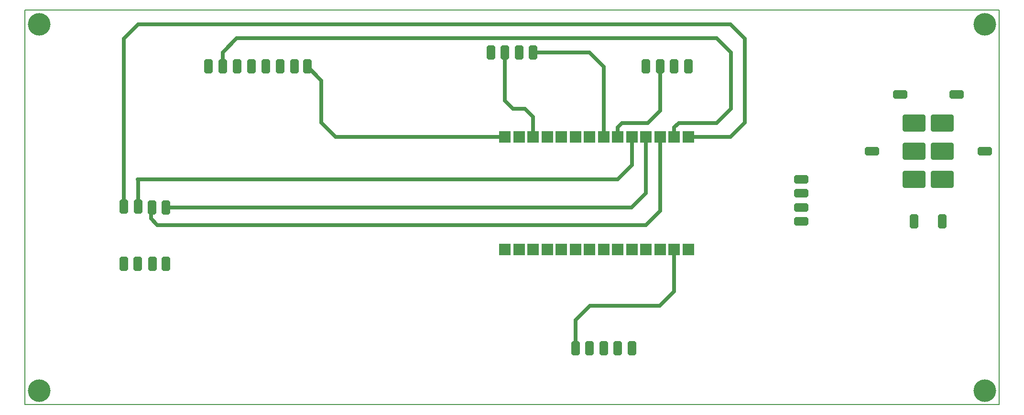
<source format=gbr>
G04 PROTEUS RS274X GERBER FILE*
%FSLAX45Y45*%
%MOMM*%
G01*
%ADD10C,0.635000*%
%ADD11R,2.032000X2.032000*%
%AMDIL002*
4,1,8,
-0.762000,0.965200,-0.457200,1.270000,0.457200,1.270000,0.762000,0.965200,0.762000,-0.965200,
0.457200,-1.270000,-0.457200,-1.270000,-0.762000,-0.965200,-0.762000,0.965200,
0*%
%ADD12DIL002*%
%AMDIL003*
4,1,8,
-1.270000,0.457200,-0.965200,0.762000,0.965200,0.762000,1.270000,0.457200,1.270000,-0.457200,
0.965200,-0.762000,-0.965200,-0.762000,-1.270000,-0.457200,-1.270000,0.457200,
0*%
%ADD13DIL003*%
%AMPPAD004*
4,1,36,
-2.000000,-1.195200,
-2.000000,1.195200,
-1.993940,1.257520,
-1.976490,1.315160,
-1.948770,1.366980,
-1.911890,1.411890,
-1.866980,1.448760,
-1.815160,1.476480,
-1.757520,1.493930,
-1.695200,1.500000,
1.695200,1.500000,
1.757520,1.493930,
1.815160,1.476480,
1.866980,1.448760,
1.911890,1.411890,
1.948770,1.366980,
1.976490,1.315160,
1.993940,1.257520,
2.000000,1.195200,
2.000000,-1.195200,
1.993940,-1.257520,
1.976490,-1.315160,
1.948770,-1.366980,
1.911890,-1.411890,
1.866980,-1.448760,
1.815160,-1.476480,
1.757520,-1.493930,
1.695200,-1.500000,
-1.695200,-1.500000,
-1.757520,-1.493930,
-1.815160,-1.476480,
-1.866980,-1.448760,
-1.911890,-1.411890,
-1.948770,-1.366980,
-1.976490,-1.315160,
-1.993940,-1.257520,
-2.000000,-1.195200,
0*%
%ADD14PPAD004*%
%ADD15C,4.000000*%
%ADD16C,0.203200*%
D10*
X+250000Y-3750000D02*
X+250000Y-4496000D01*
X-4000Y-4750000D01*
X-1246000Y-4750000D01*
X-1500000Y-5004000D01*
X-1500000Y-5500000D01*
X+0Y-500000D02*
X+0Y-1280331D01*
X-219669Y-1500000D01*
X-672625Y-1500000D01*
X-750000Y-1577375D01*
X-750000Y-1750000D01*
X-1000000Y-1750000D02*
X-1000000Y-504000D01*
X-1254000Y-250000D01*
X-2250000Y-250000D01*
X-2250000Y-1750000D02*
X-2250000Y-1396446D01*
X-2396446Y-1250000D01*
X-2603554Y-1250000D01*
X-2750000Y-1103554D01*
X-2750000Y-250000D01*
X-9500000Y-2988000D02*
X-9500000Y-4000D01*
X-9246000Y+250000D01*
X+1246000Y+250000D01*
X+1500000Y-4000D01*
X+1500000Y-1496000D01*
X+1246000Y-1750000D01*
X+500000Y-1750000D01*
X+250000Y-1750000D02*
X+250000Y-1577375D01*
X+327375Y-1500000D01*
X+996000Y-1500000D01*
X+1250000Y-1246000D01*
X+1250000Y-254000D01*
X+996000Y+0D01*
X-7500000Y+0D01*
X-7750000Y-250000D01*
X-7750000Y-500000D01*
X+0Y-1750000D02*
X+0Y-3061441D01*
X-254000Y-3315441D01*
X-8902726Y-3315441D01*
X-9019131Y-3199036D01*
X-9019131Y-3019131D01*
X-9000000Y-3000000D01*
X-250000Y-1750000D02*
X-250000Y-2746000D01*
X-504000Y-3000000D01*
X-8750000Y-3000000D01*
X-500000Y-1750000D02*
X-500000Y-2246000D01*
X-754000Y-2500000D01*
X-9250000Y-2500000D01*
X-9246000Y-2504000D01*
X-9246000Y-2988000D01*
X-2750000Y-1750000D02*
X-5746000Y-1750000D01*
X-6000000Y-1496000D01*
X-6000000Y-750000D01*
X-6250000Y-500000D01*
D11*
X-2750000Y-1750000D03*
X-2500000Y-1750000D03*
X-2250000Y-1750000D03*
X-2000000Y-1750000D03*
X-1750000Y-1750000D03*
X-1500000Y-1750000D03*
X-1250000Y-1750000D03*
X-1000000Y-1750000D03*
X-750000Y-1750000D03*
X-500000Y-1750000D03*
X-250000Y-1750000D03*
X+0Y-1750000D03*
X+250000Y-1750000D03*
X+500000Y-1750000D03*
X+500000Y-3750000D03*
X+250000Y-3750000D03*
X+0Y-3750000D03*
X-250000Y-3750000D03*
X-500000Y-3750000D03*
X-750000Y-3750000D03*
X-1000000Y-3750000D03*
X-1250000Y-3750000D03*
X-1500000Y-3750000D03*
X-1750000Y-3750000D03*
X-2000000Y-3750000D03*
X-2250000Y-3750000D03*
X-2500000Y-3750000D03*
X-2750000Y-3750000D03*
D12*
X-2250000Y-250000D03*
X-2500000Y-250000D03*
X-2750000Y-250000D03*
X-3000000Y-250000D03*
X+500000Y-500000D03*
X+250000Y-500000D03*
X+0Y-500000D03*
X-250000Y-500000D03*
X-9500000Y-4000000D03*
X-9250000Y-4000000D03*
X-8992000Y-4000000D03*
X-8750000Y-4000000D03*
X-9500000Y-2988000D03*
X-9246000Y-2988000D03*
X-9000000Y-3000000D03*
X-8750000Y-3000000D03*
X-7750000Y-500000D03*
X-7496000Y-500000D03*
X-7242000Y-500000D03*
X-6988000Y-500000D03*
X-6734000Y-500000D03*
X-6480000Y-500000D03*
X-6250000Y-500000D03*
X-8000000Y-500000D03*
X-500000Y-5500000D03*
X-750000Y-5500000D03*
X-1000000Y-5500000D03*
X-1250000Y-5500000D03*
X-1500000Y-5500000D03*
D13*
X+2500000Y-3250000D03*
X+2500000Y-3000000D03*
X+2500000Y-2750000D03*
X+2500000Y-2500000D03*
D14*
X+4500000Y-2500000D03*
X+5000000Y-2500000D03*
X+4500000Y-1500000D03*
X+4500000Y-2000000D03*
X+5000000Y-1500000D03*
X+5000000Y-2000000D03*
D12*
X+4500000Y-3250000D03*
X+5000000Y-3250000D03*
D13*
X+4250000Y-1000000D03*
X+5250000Y-1000000D03*
D15*
X-11000000Y-6250000D03*
X+5750000Y-6250000D03*
X-11000000Y+250000D03*
X+5750000Y+250000D03*
D13*
X+3750000Y-2000000D03*
X+5750000Y-2000000D03*
D16*
X-11250000Y-6500000D02*
X+6000000Y-6500000D01*
X+6000000Y+500000D01*
X-11250000Y+500000D01*
X-11250000Y-6500000D01*
M02*

</source>
